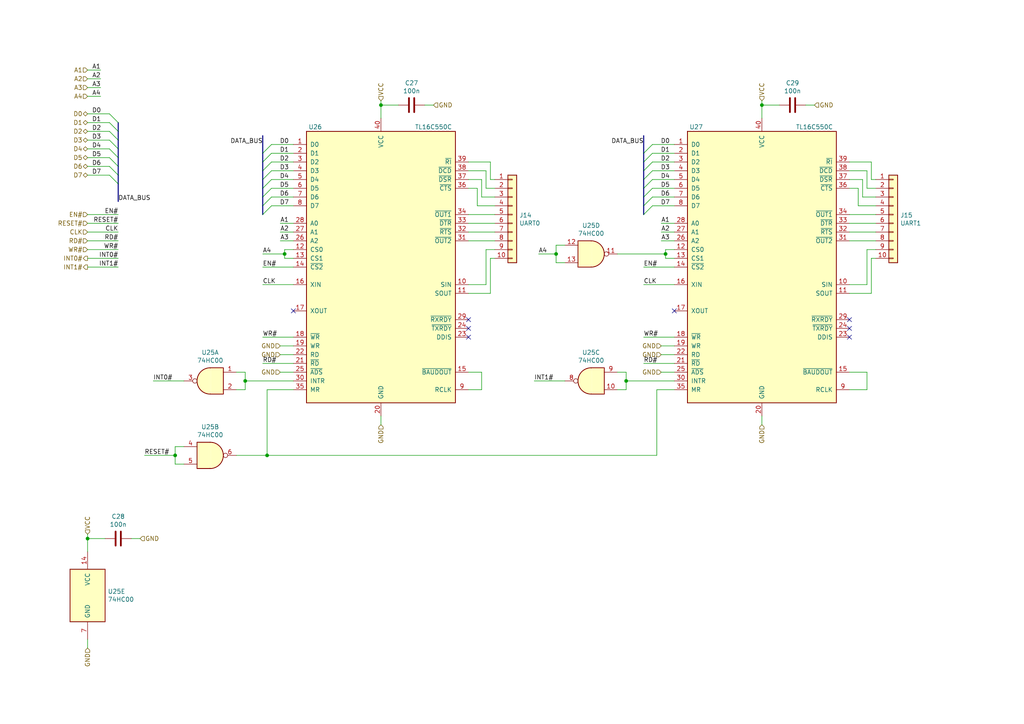
<source format=kicad_sch>
(kicad_sch (version 20211123) (generator eeschema)
  (paper "A4")
  (title_block (title "ZComputer I/O UART") (date "2021-10-20") (rev "v1.1") (company "Maxime Chretien") (comment 1 "mchretien@linuxmail.org"))
  (lib_symbols
    (symbol "74xx:74HC00" (pin_names (offset 1.016))
      (property "Reference" "U" (at 0 1.27 0))
      (property "Value" "74HC00" (at 0 -1.27 0))
      (symbol "74HC00_1_1"
        (arc (start 0 -3.81) (mid 3.81 0) (end 0 3.81) (stroke (width 0.254)) (fill (type background)))
        (polyline (pts (xy 0 3.81) (xy -3.81 3.81) (xy -3.81 -3.81) (xy 0 -3.81)) (stroke (width 0.254)) (fill (type background)))
        (pin input line (at -7.62 2.54 0) (length 3.81) (name "~") (number "1"))
        (pin input line (at -7.62 -2.54 0) (length 3.81) (name "~") (number "2"))
        (pin output inverted (at 7.62 0 180) (length 3.81) (name "~") (number "3"))
      )
      (symbol "74HC00_1_2"
        (arc (start -3.81 -3.81) (mid -2.589 0) (end -3.81 3.81) (stroke (width 0.254)))
        (arc (start -0.6096 -3.81) (mid 2.1842 -2.5851) (end 3.81 0) (stroke (width 0.254)) (fill (type background)))
        (polyline (pts (xy -3.81 -3.81) (xy -0.635 -3.81)) (stroke (width 0.254)) (fill (type background)))
        (polyline (pts (xy -3.81 3.81) (xy -0.635 3.81)) (stroke (width 0.254)) (fill (type background)))
        (polyline (pts (xy -0.635 3.81) (xy -3.81 3.81) (xy -3.81 3.81) (xy -3.556 3.4036) (xy -3.0226 2.2606) (xy -2.6924 1.0414) (xy -2.6162 -0.254) (xy -2.7686 -1.4986) (xy -3.175 -2.7178) (xy -3.81 -3.81) (xy -3.81 -3.81) (xy -0.635 -3.81)) (stroke (width -25.4)) (fill (type background)))
        (arc (start 3.81 0) (mid 2.1915 2.5936) (end -0.6096 3.81) (stroke (width 0.254)) (fill (type background)))
        (pin input inverted (at -7.62 2.54 0) (length 4.318) (name "~") (number "1"))
        (pin input inverted (at -7.62 -2.54 0) (length 4.318) (name "~") (number "2"))
        (pin output line (at 7.62 0 180) (length 3.81) (name "~") (number "3"))
      )
      (symbol "74HC00_2_1"
        (arc (start 0 -3.81) (mid 3.81 0) (end 0 3.81) (stroke (width 0.254)) (fill (type background)))
        (polyline (pts (xy 0 3.81) (xy -3.81 3.81) (xy -3.81 -3.81) (xy 0 -3.81)) (stroke (width 0.254)) (fill (type background)))
        (pin input line (at -7.62 2.54 0) (length 3.81) (name "~") (number "4"))
        (pin input line (at -7.62 -2.54 0) (length 3.81) (name "~") (number "5"))
        (pin output inverted (at 7.62 0 180) (length 3.81) (name "~") (number "6"))
      )
      (symbol "74HC00_2_2"
        (arc (start -3.81 -3.81) (mid -2.589 0) (end -3.81 3.81) (stroke (width 0.254)))
        (arc (start -0.6096 -3.81) (mid 2.1842 -2.5851) (end 3.81 0) (stroke (width 0.254)) (fill (type background)))
        (polyline (pts (xy -3.81 -3.81) (xy -0.635 -3.81)) (stroke (width 0.254)) (fill (type background)))
        (polyline (pts (xy -3.81 3.81) (xy -0.635 3.81)) (stroke (width 0.254)) (fill (type background)))
        (polyline (pts (xy -0.635 3.81) (xy -3.81 3.81) (xy -3.81 3.81) (xy -3.556 3.4036) (xy -3.0226 2.2606) (xy -2.6924 1.0414) (xy -2.6162 -0.254) (xy -2.7686 -1.4986) (xy -3.175 -2.7178) (xy -3.81 -3.81) (xy -3.81 -3.81) (xy -0.635 -3.81)) (stroke (width -25.4)) (fill (type background)))
        (arc (start 3.81 0) (mid 2.1915 2.5936) (end -0.6096 3.81) (stroke (width 0.254)) (fill (type background)))
        (pin input inverted (at -7.62 2.54 0) (length 4.318) (name "~") (number "4"))
        (pin input inverted (at -7.62 -2.54 0) (length 4.318) (name "~") (number "5"))
        (pin output line (at 7.62 0 180) (length 3.81) (name "~") (number "6"))
      )
      (symbol "74HC00_3_1"
        (arc (start 0 -3.81) (mid 3.81 0) (end 0 3.81) (stroke (width 0.254)) (fill (type background)))
        (polyline (pts (xy 0 3.81) (xy -3.81 3.81) (xy -3.81 -3.81) (xy 0 -3.81)) (stroke (width 0.254)) (fill (type background)))
        (pin input line (at -7.62 -2.54 0) (length 3.81) (name "~") (number "10"))
        (pin output inverted (at 7.62 0 180) (length 3.81) (name "~") (number "8"))
        (pin input line (at -7.62 2.54 0) (length 3.81) (name "~") (number "9"))
      )
      (symbol "74HC00_3_2"
        (arc (start -3.81 -3.81) (mid -2.589 0) (end -3.81 3.81) (stroke (width 0.254)))
        (arc (start -0.6096 -3.81) (mid 2.1842 -2.5851) (end 3.81 0) (stroke (width 0.254)) (fill (type background)))
        (polyline (pts (xy -3.81 -3.81) (xy -0.635 -3.81)) (stroke (width 0.254)) (fill (type background)))
        (polyline (pts (xy -3.81 3.81) (xy -0.635 3.81)) (stroke (width 0.254)) (fill (type background)))
        (polyline (pts (xy -0.635 3.81) (xy -3.81 3.81) (xy -3.81 3.81) (xy -3.556 3.4036) (xy -3.0226 2.2606) (xy -2.6924 1.0414) (xy -2.6162 -0.254) (xy -2.7686 -1.4986) (xy -3.175 -2.7178) (xy -3.81 -3.81) (xy -3.81 -3.81) (xy -0.635 -3.81)) (stroke (width -25.4)) (fill (type background)))
        (arc (start 3.81 0) (mid 2.1915 2.5936) (end -0.6096 3.81) (stroke (width 0.254)) (fill (type background)))
        (pin input inverted (at -7.62 -2.54 0) (length 4.318) (name "~") (number "10"))
        (pin output line (at 7.62 0 180) (length 3.81) (name "~") (number "8"))
        (pin input inverted (at -7.62 2.54 0) (length 4.318) (name "~") (number "9"))
      )
      (symbol "74HC00_4_1"
        (arc (start 0 -3.81) (mid 3.81 0) (end 0 3.81) (stroke (width 0.254)) (fill (type background)))
        (polyline (pts (xy 0 3.81) (xy -3.81 3.81) (xy -3.81 -3.81) (xy 0 -3.81)) (stroke (width 0.254)) (fill (type background)))
        (pin output inverted (at 7.62 0 180) (length 3.81) (name "~") (number "11"))
        (pin input line (at -7.62 2.54 0) (length 3.81) (name "~") (number "12"))
        (pin input line (at -7.62 -2.54 0) (length 3.81) (name "~") (number "13"))
      )
      (symbol "74HC00_4_2"
        (arc (start -3.81 -3.81) (mid -2.589 0) (end -3.81 3.81) (stroke (width 0.254)))
        (arc (start -0.6096 -3.81) (mid 2.1842 -2.5851) (end 3.81 0) (stroke (width 0.254)) (fill (type background)))
        (polyline (pts (xy -3.81 -3.81) (xy -0.635 -3.81)) (stroke (width 0.254)) (fill (type background)))
        (polyline (pts (xy -3.81 3.81) (xy -0.635 3.81)) (stroke (width 0.254)) (fill (type background)))
        (polyline (pts (xy -0.635 3.81) (xy -3.81 3.81) (xy -3.81 3.81) (xy -3.556 3.4036) (xy -3.0226 2.2606) (xy -2.6924 1.0414) (xy -2.6162 -0.254) (xy -2.7686 -1.4986) (xy -3.175 -2.7178) (xy -3.81 -3.81) (xy -3.81 -3.81) (xy -0.635 -3.81)) (stroke (width -25.4)) (fill (type background)))
        (arc (start 3.81 0) (mid 2.1915 2.5936) (end -0.6096 3.81) (stroke (width 0.254)) (fill (type background)))
        (pin output line (at 7.62 0 180) (length 3.81) (name "~") (number "11"))
        (pin input inverted (at -7.62 2.54 0) (length 4.318) (name "~") (number "12"))
        (pin input inverted (at -7.62 -2.54 0) (length 4.318) (name "~") (number "13"))
      )
      (symbol "74HC00_5_0"
        (pin power_in line (at 0 12.7 270) (length 5.08) (name "VCC") (number "14"))
        (pin power_in line (at 0 -12.7 90) (length 5.08) (name "GND") (number "7"))
      )
      (symbol "74HC00_5_1"
        (rectangle (start -5.08 7.62) (end 5.08 -7.62) (stroke (width 0.254)) (fill (type background)))
      )
    )
    (symbol "Connector_Generic:Conn_01x10" (pin_names (offset 1.016) hide)
      (property "Reference" "J" (at 0 12.7 0))
      (property "Value" "Conn_01x10" (at 0 -15.24 0))
      (symbol "Conn_01x10_1_1"
        (rectangle (start -1.27 -12.573) (end 0 -12.827) (stroke (width 0.1524)))
        (rectangle (start -1.27 -10.033) (end 0 -10.287) (stroke (width 0.1524)))
        (rectangle (start -1.27 -7.493) (end 0 -7.747) (stroke (width 0.1524)))
        (rectangle (start -1.27 -4.953) (end 0 -5.207) (stroke (width 0.1524)))
        (rectangle (start -1.27 -2.413) (end 0 -2.667) (stroke (width 0.1524)))
        (rectangle (start -1.27 0.127) (end 0 -0.127) (stroke (width 0.1524)))
        (rectangle (start -1.27 2.667) (end 0 2.413) (stroke (width 0.1524)))
        (rectangle (start -1.27 5.207) (end 0 4.953) (stroke (width 0.1524)))
        (rectangle (start -1.27 7.747) (end 0 7.493) (stroke (width 0.1524)))
        (rectangle (start -1.27 10.287) (end 0 10.033) (stroke (width 0.1524)))
        (rectangle (start -1.27 11.43) (end 1.27 -13.97) (stroke (width 0.254)) (fill (type background)))
        (pin passive line (at -5.08 10.16 0) (length 3.81) (name "Pin_1") (number "1"))
        (pin passive line (at -5.08 -12.7 0) (length 3.81) (name "Pin_10") (number "10"))
        (pin passive line (at -5.08 7.62 0) (length 3.81) (name "Pin_2") (number "2"))
        (pin passive line (at -5.08 5.08 0) (length 3.81) (name "Pin_3") (number "3"))
        (pin passive line (at -5.08 2.54 0) (length 3.81) (name "Pin_4") (number "4"))
        (pin passive line (at -5.08 0 0) (length 3.81) (name "Pin_5") (number "5"))
        (pin passive line (at -5.08 -2.54 0) (length 3.81) (name "Pin_6") (number "6"))
        (pin passive line (at -5.08 -5.08 0) (length 3.81) (name "Pin_7") (number "7"))
        (pin passive line (at -5.08 -7.62 0) (length 3.81) (name "Pin_8") (number "8"))
        (pin passive line (at -5.08 -10.16 0) (length 3.81) (name "Pin_9") (number "9"))
      )
    )
    (symbol "Device:C" (pin_numbers hide) (pin_names (offset 0.254))
      (property "Reference" "C" (at 0.635 2.54 0))
      (property "Value" "C" (at 0.635 -2.54 0))
      (symbol "C_0_1"
        (polyline (pts (xy -2.032 -0.762) (xy 2.032 -0.762)) (stroke (width 0.508)))
        (polyline (pts (xy -2.032 0.762) (xy 2.032 0.762)) (stroke (width 0.508)))
      )
      (symbol "C_1_1"
        (pin passive line (at 0 3.81 270) (length 2.794) (name "~") (number "1"))
        (pin passive line (at 0 -3.81 90) (length 2.794) (name "~") (number "2"))
      )
    )
    (symbol "Perso:TL16C550C" (pin_names (offset 1.016))
      (property "Reference" "U" (at -21.59 40.64 0))
      (property "Value" "TL16C550C" (at 15.24 40.64 0))
      (symbol "TL16C550C_0_1"
        (rectangle (start -21.59 -39.37) (end 21.59 39.37) (stroke (width 0.254)) (fill (type background)))
      )
      (symbol "TL16C550C_1_1"
        (pin bidirectional line (at -25.4 35.56 0) (length 3.81) (name "D0") (number "1"))
        (pin input line (at 25.4 -5.08 180) (length 3.81) (name "SIN") (number "10"))
        (pin output line (at 25.4 -7.62 180) (length 3.81) (name "SOUT") (number "11"))
        (pin input line (at -25.4 5.08 0) (length 3.81) (name "CS0") (number "12"))
        (pin input line (at -25.4 2.54 0) (length 3.81) (name "CS1") (number "13"))
        (pin input line (at -25.4 0 0) (length 3.81) (name "~{CS2}") (number "14"))
        (pin output line (at 25.4 -30.48 180) (length 3.81) (name "~{BAUDOUT}") (number "15"))
        (pin input line (at -25.4 -5.08 0) (length 3.81) (name "XIN") (number "16"))
        (pin output line (at -25.4 -12.7 0) (length 3.81) (name "XOUT") (number "17"))
        (pin input line (at -25.4 -20.32 0) (length 3.81) (name "~{WR}") (number "18"))
        (pin input line (at -25.4 -22.86 0) (length 3.81) (name "WR") (number "19"))
        (pin bidirectional line (at -25.4 33.02 0) (length 3.81) (name "D1") (number "2"))
        (pin power_in line (at 0 -43.18 90) (length 3.81) (name "GND") (number "20"))
        (pin input line (at -25.4 -27.94 0) (length 3.81) (name "~{RD}") (number "21"))
        (pin input line (at -25.4 -25.4 0) (length 3.81) (name "RD") (number "22"))
        (pin output line (at 25.4 -20.32 180) (length 3.81) (name "DDIS") (number "23"))
        (pin output line (at 25.4 -17.78 180) (length 3.81) (name "~{TXRDY}") (number "24"))
        (pin input line (at -25.4 -30.48 0) (length 3.81) (name "~{ADS}") (number "25"))
        (pin input line (at -25.4 7.62 0) (length 3.81) (name "A2") (number "26"))
        (pin input line (at -25.4 10.16 0) (length 3.81) (name "A1") (number "27"))
        (pin input line (at -25.4 12.7 0) (length 3.81) (name "A0") (number "28"))
        (pin output line (at 25.4 -15.24 180) (length 3.81) (name "~{RXRDY}") (number "29"))
        (pin bidirectional line (at -25.4 30.48 0) (length 3.81) (name "D2") (number "3"))
        (pin output line (at -25.4 -33.02 0) (length 3.81) (name "INTR") (number "30"))
        (pin output line (at 25.4 7.62 180) (length 3.81) (name "~{OUT2}") (number "31"))
        (pin output line (at 25.4 10.16 180) (length 3.81) (name "~{RTS}") (number "32"))
        (pin output line (at 25.4 12.7 180) (length 3.81) (name "~{DTR}") (number "33"))
        (pin output line (at 25.4 15.24 180) (length 3.81) (name "~{OUT1}") (number "34"))
        (pin input line (at -25.4 -35.56 0) (length 3.81) (name "MR") (number "35"))
        (pin input line (at 25.4 22.86 180) (length 3.81) (name "~{CTS}") (number "36"))
        (pin input line (at 25.4 25.4 180) (length 3.81) (name "~{DSR}") (number "37"))
        (pin input line (at 25.4 27.94 180) (length 3.81) (name "~{DCD}") (number "38"))
        (pin input line (at 25.4 30.48 180) (length 3.81) (name "~{RI}") (number "39"))
        (pin bidirectional line (at -25.4 27.94 0) (length 3.81) (name "D3") (number "4"))
        (pin power_in line (at 0 43.18 270) (length 3.81) (name "VCC") (number "40"))
        (pin bidirectional line (at -25.4 25.4 0) (length 3.81) (name "D4") (number "5"))
        (pin bidirectional line (at -25.4 22.86 0) (length 3.81) (name "D5") (number "6"))
        (pin bidirectional line (at -25.4 20.32 0) (length 3.81) (name "D6") (number "7"))
        (pin bidirectional line (at -25.4 17.78 0) (length 3.81) (name "D7") (number "8"))
        (pin input line (at 25.4 -35.56 180) (length 3.81) (name "RCLK") (number "9"))
      )
    )
  )
  (junction (at 161.29 73.66))
  (junction (at 220.98 30.48))
  (junction (at 50.8 132.08))
  (junction (at 181.61 110.49))
  (junction (at 110.49 30.48))
  (junction (at 193.04 73.66))
  (junction (at 82.55 73.66))
  (junction (at 71.12 110.49))
  (junction (at 25.4 156.21))
  (junction (at 77.47 132.08))
  (no_connect (at 135.89 92.71))
  (no_connect (at 246.38 95.25))
  (no_connect (at 195.58 90.17))
  (no_connect (at 246.38 97.79))
  (no_connect (at 85.09 90.17))
  (no_connect (at 246.38 92.71))
  (no_connect (at 135.89 97.79))
  (no_connect (at 135.89 95.25))
  (bus_entry (at 189.23 49.53) (size -2.54 2.54))
  (bus_entry (at 78.74 52.07) (size -2.54 2.54))
  (bus_entry (at 31.75 50.8) (size 2.54 2.54))
  (bus_entry (at 78.74 49.53) (size -2.54 2.54))
  (bus_entry (at 78.74 46.99) (size -2.54 2.54))
  (bus_entry (at 31.75 35.56) (size 2.54 2.54))
  (bus_entry (at 78.74 44.45) (size -2.54 2.54))
  (bus_entry (at 189.23 59.69) (size -2.54 2.54))
  (bus_entry (at 31.75 40.64) (size 2.54 2.54))
  (bus_entry (at 189.23 54.61) (size -2.54 2.54))
  (bus_entry (at 189.23 57.15) (size -2.54 2.54))
  (bus_entry (at 31.75 33.02) (size 2.54 2.54))
  (bus_entry (at 78.74 54.61) (size -2.54 2.54))
  (bus_entry (at 78.74 59.69) (size -2.54 2.54))
  (bus_entry (at 78.74 57.15) (size -2.54 2.54))
  (bus_entry (at 78.74 41.91) (size -2.54 2.54))
  (bus_entry (at 189.23 44.45) (size -2.54 2.54))
  (bus_entry (at 31.75 45.72) (size 2.54 2.54))
  (bus_entry (at 31.75 43.18) (size 2.54 2.54))
  (bus_entry (at 31.75 38.1) (size 2.54 2.54))
  (bus_entry (at 189.23 46.99) (size -2.54 2.54))
  (bus_entry (at 189.23 41.91) (size -2.54 2.54))
  (bus_entry (at 31.75 48.26) (size 2.54 2.54))
  (bus_entry (at 189.23 52.07) (size -2.54 2.54))
  (wire (pts (xy 34.29 74.93) (xy 25.4 74.93)))
  (wire (pts (xy 220.98 30.48) (xy 220.98 34.29)))
  (wire (pts (xy 191.77 69.85) (xy 195.58 69.85)))
  (wire (pts (xy 71.12 110.49) (xy 71.12 113.03)))
  (wire (pts (xy 195.58 105.41) (xy 186.69 105.41)))
  (wire (pts (xy 34.29 77.47) (xy 25.4 77.47)))
  (wire (pts (xy 190.5 113.03) (xy 195.58 113.03)))
  (wire (pts (xy 189.23 41.91) (xy 195.58 41.91)))
  (bus (pts (xy 34.29 53.34) (xy 34.29 58.42)))
  (wire (pts (xy 25.4 35.56) (xy 31.75 35.56)))
  (wire (pts (xy 220.98 29.21) (xy 220.98 30.48)))
  (wire (pts (xy 181.61 110.49) (xy 181.61 113.03)))
  (wire (pts (xy 85.09 44.45) (xy 78.74 44.45)))
  (wire (pts (xy 248.92 54.61) (xy 248.92 59.69)))
  (wire (pts (xy 143.51 54.61) (xy 140.97 54.61)))
  (wire (pts (xy 77.47 113.03) (xy 77.47 132.08)))
  (wire (pts (xy 25.4 40.64) (xy 31.75 40.64)))
  (wire (pts (xy 71.12 110.49) (xy 71.12 107.95)))
  (wire (pts (xy 71.12 107.95) (xy 68.58 107.95)))
  (wire (pts (xy 250.19 52.07) (xy 250.19 57.15)))
  (wire (pts (xy 246.38 107.95) (xy 251.46 107.95)))
  (wire (pts (xy 251.46 72.39) (xy 254 72.39)))
  (wire (pts (xy 85.09 54.61) (xy 78.74 54.61)))
  (wire (pts (xy 25.4 45.72) (xy 31.75 45.72)))
  (wire (pts (xy 25.4 22.86) (xy 29.21 22.86)))
  (wire (pts (xy 78.74 41.91) (xy 85.09 41.91)))
  (wire (pts (xy 71.12 113.03) (xy 68.58 113.03)))
  (wire (pts (xy 115.57 30.48) (xy 110.49 30.48)))
  (wire (pts (xy 252.73 74.93) (xy 252.73 85.09)))
  (wire (pts (xy 25.4 69.85) (xy 34.29 69.85)))
  (wire (pts (xy 135.89 52.07) (xy 139.7 52.07)))
  (wire (pts (xy 81.28 64.77) (xy 85.09 64.77)))
  (wire (pts (xy 34.29 64.77) (xy 25.4 64.77)))
  (wire (pts (xy 140.97 72.39) (xy 143.51 72.39)))
  (wire (pts (xy 251.46 82.55) (xy 251.46 72.39)))
  (wire (pts (xy 193.04 72.39) (xy 193.04 73.66)))
  (wire (pts (xy 31.75 33.02) (xy 25.4 33.02)))
  (bus (pts (xy 186.69 49.53) (xy 186.69 52.07)))
  (wire (pts (xy 246.38 64.77) (xy 254 64.77)))
  (wire (pts (xy 135.89 46.99) (xy 142.24 46.99)))
  (bus (pts (xy 34.29 43.18) (xy 34.29 45.72)))
  (wire (pts (xy 29.21 25.4) (xy 25.4 25.4)))
  (wire (pts (xy 195.58 67.31) (xy 191.77 67.31)))
  (wire (pts (xy 252.73 46.99) (xy 252.73 52.07)))
  (wire (pts (xy 81.28 102.87) (xy 85.09 102.87)))
  (wire (pts (xy 85.09 59.69) (xy 78.74 59.69)))
  (wire (pts (xy 191.77 100.33) (xy 195.58 100.33)))
  (wire (pts (xy 82.55 73.66) (xy 82.55 74.93)))
  (bus (pts (xy 186.69 46.99) (xy 186.69 49.53)))
  (wire (pts (xy 25.4 43.18) (xy 31.75 43.18)))
  (bus (pts (xy 76.2 59.69) (xy 76.2 62.23)))
  (wire (pts (xy 163.83 71.12) (xy 161.29 71.12)))
  (wire (pts (xy 195.58 54.61) (xy 189.23 54.61)))
  (wire (pts (xy 25.4 27.94) (xy 29.21 27.94)))
  (wire (pts (xy 233.68 30.48) (xy 236.22 30.48)))
  (wire (pts (xy 34.29 72.39) (xy 25.4 72.39)))
  (wire (pts (xy 161.29 76.2) (xy 161.29 73.66)))
  (wire (pts (xy 139.7 113.03) (xy 135.89 113.03)))
  (wire (pts (xy 135.89 107.95) (xy 139.7 107.95)))
  (bus (pts (xy 76.2 52.07) (xy 76.2 54.61)))
  (wire (pts (xy 25.4 154.94) (xy 25.4 156.21)))
  (wire (pts (xy 85.09 46.99) (xy 78.74 46.99)))
  (wire (pts (xy 140.97 49.53) (xy 135.89 49.53)))
  (wire (pts (xy 246.38 54.61) (xy 248.92 54.61)))
  (wire (pts (xy 220.98 120.65) (xy 220.98 123.19)))
  (wire (pts (xy 76.2 82.55) (xy 85.09 82.55)))
  (wire (pts (xy 25.4 50.8) (xy 31.75 50.8)))
  (wire (pts (xy 193.04 74.93) (xy 195.58 74.93)))
  (wire (pts (xy 110.49 29.21) (xy 110.49 30.48)))
  (wire (pts (xy 246.38 46.99) (xy 252.73 46.99)))
  (wire (pts (xy 181.61 110.49) (xy 181.61 107.95)))
  (bus (pts (xy 186.69 44.45) (xy 186.69 46.99)))
  (wire (pts (xy 50.8 134.62) (xy 50.8 132.08)))
  (wire (pts (xy 251.46 54.61) (xy 251.46 49.53)))
  (bus (pts (xy 186.69 54.61) (xy 186.69 57.15)))
  (wire (pts (xy 81.28 69.85) (xy 85.09 69.85)))
  (wire (pts (xy 139.7 57.15) (xy 143.51 57.15)))
  (wire (pts (xy 254 67.31) (xy 246.38 67.31)))
  (bus (pts (xy 76.2 54.61) (xy 76.2 57.15)))
  (wire (pts (xy 142.24 46.99) (xy 142.24 52.07)))
  (wire (pts (xy 82.55 74.93) (xy 85.09 74.93)))
  (wire (pts (xy 81.28 107.95) (xy 85.09 107.95)))
  (wire (pts (xy 38.1 156.21) (xy 40.64 156.21)))
  (wire (pts (xy 142.24 85.09) (xy 135.89 85.09)))
  (wire (pts (xy 140.97 54.61) (xy 140.97 49.53)))
  (wire (pts (xy 135.89 82.55) (xy 140.97 82.55)))
  (wire (pts (xy 251.46 107.95) (xy 251.46 113.03)))
  (wire (pts (xy 186.69 82.55) (xy 195.58 82.55)))
  (wire (pts (xy 195.58 59.69) (xy 189.23 59.69)))
  (wire (pts (xy 110.49 120.65) (xy 110.49 123.19)))
  (wire (pts (xy 25.4 38.1) (xy 31.75 38.1)))
  (wire (pts (xy 85.09 110.49) (xy 71.12 110.49)))
  (wire (pts (xy 191.77 107.95) (xy 195.58 107.95)))
  (wire (pts (xy 195.58 110.49) (xy 181.61 110.49)))
  (wire (pts (xy 76.2 77.47) (xy 85.09 77.47)))
  (wire (pts (xy 53.34 129.54) (xy 50.8 129.54)))
  (wire (pts (xy 139.7 52.07) (xy 139.7 57.15)))
  (wire (pts (xy 248.92 59.69) (xy 254 59.69)))
  (wire (pts (xy 85.09 113.03) (xy 77.47 113.03)))
  (wire (pts (xy 143.51 74.93) (xy 142.24 74.93)))
  (wire (pts (xy 34.29 62.23) (xy 25.4 62.23)))
  (wire (pts (xy 252.73 85.09) (xy 246.38 85.09)))
  (wire (pts (xy 254 74.93) (xy 252.73 74.93)))
  (bus (pts (xy 76.2 39.37) (xy 76.2 44.45)))
  (wire (pts (xy 142.24 52.07) (xy 143.51 52.07)))
  (wire (pts (xy 77.47 132.08) (xy 190.5 132.08)))
  (wire (pts (xy 251.46 113.03) (xy 246.38 113.03)))
  (wire (pts (xy 25.4 156.21) (xy 25.4 160.02)))
  (wire (pts (xy 252.73 52.07) (xy 254 52.07)))
  (wire (pts (xy 250.19 57.15) (xy 254 57.15)))
  (wire (pts (xy 139.7 107.95) (xy 139.7 113.03)))
  (wire (pts (xy 154.94 110.49) (xy 163.83 110.49)))
  (wire (pts (xy 195.58 49.53) (xy 189.23 49.53)))
  (wire (pts (xy 53.34 134.62) (xy 50.8 134.62)))
  (wire (pts (xy 191.77 102.87) (xy 195.58 102.87)))
  (bus (pts (xy 34.29 45.72) (xy 34.29 48.26)))
  (wire (pts (xy 81.28 100.33) (xy 85.09 100.33)))
  (wire (pts (xy 191.77 64.77) (xy 195.58 64.77)))
  (wire (pts (xy 186.69 77.47) (xy 195.58 77.47)))
  (wire (pts (xy 110.49 30.48) (xy 110.49 34.29)))
  (wire (pts (xy 85.09 49.53) (xy 78.74 49.53)))
  (wire (pts (xy 195.58 72.39) (xy 193.04 72.39)))
  (wire (pts (xy 135.89 54.61) (xy 138.43 54.61)))
  (bus (pts (xy 34.29 38.1) (xy 34.29 40.64)))
  (wire (pts (xy 193.04 73.66) (xy 193.04 74.93)))
  (wire (pts (xy 186.69 97.79) (xy 195.58 97.79)))
  (wire (pts (xy 138.43 59.69) (xy 143.51 59.69)))
  (bus (pts (xy 34.29 35.56) (xy 34.29 38.1)))
  (wire (pts (xy 181.61 113.03) (xy 179.07 113.03)))
  (bus (pts (xy 76.2 57.15) (xy 76.2 59.69)))
  (wire (pts (xy 76.2 73.66) (xy 82.55 73.66)))
  (bus (pts (xy 34.29 48.26) (xy 34.29 50.8)))
  (bus (pts (xy 76.2 46.99) (xy 76.2 49.53)))
  (wire (pts (xy 143.51 62.23) (xy 135.89 62.23)))
  (bus (pts (xy 186.69 59.69) (xy 186.69 62.23)))
  (wire (pts (xy 190.5 132.08) (xy 190.5 113.03)))
  (wire (pts (xy 195.58 57.15) (xy 189.23 57.15)))
  (wire (pts (xy 193.04 73.66) (xy 179.07 73.66)))
  (wire (pts (xy 25.4 185.42) (xy 25.4 187.96)))
  (wire (pts (xy 138.43 54.61) (xy 138.43 59.69)))
  (wire (pts (xy 163.83 76.2) (xy 161.29 76.2)))
  (wire (pts (xy 85.09 52.07) (xy 78.74 52.07)))
  (wire (pts (xy 135.89 64.77) (xy 143.51 64.77)))
  (wire (pts (xy 44.45 110.49) (xy 53.34 110.49)))
  (bus (pts (xy 76.2 49.53) (xy 76.2 52.07)))
  (wire (pts (xy 246.38 52.07) (xy 250.19 52.07)))
  (wire (pts (xy 246.38 69.85) (xy 254 69.85)))
  (wire (pts (xy 30.48 156.21) (xy 25.4 156.21)))
  (wire (pts (xy 143.51 67.31) (xy 135.89 67.31)))
  (wire (pts (xy 34.29 67.31) (xy 25.4 67.31)))
  (wire (pts (xy 85.09 67.31) (xy 81.28 67.31)))
  (wire (pts (xy 142.24 74.93) (xy 142.24 85.09)))
  (wire (pts (xy 254 54.61) (xy 251.46 54.61)))
  (bus (pts (xy 186.69 39.37) (xy 186.69 44.45)))
  (wire (pts (xy 82.55 72.39) (xy 82.55 73.66)))
  (bus (pts (xy 76.2 44.45) (xy 76.2 46.99)))
  (wire (pts (xy 195.58 44.45) (xy 189.23 44.45)))
  (wire (pts (xy 161.29 73.66) (xy 161.29 71.12)))
  (wire (pts (xy 77.47 132.08) (xy 68.58 132.08)))
  (wire (pts (xy 226.06 30.48) (xy 220.98 30.48)))
  (wire (pts (xy 29.21 20.32) (xy 25.4 20.32)))
  (wire (pts (xy 135.89 69.85) (xy 143.51 69.85)))
  (wire (pts (xy 246.38 82.55) (xy 251.46 82.55)))
  (bus (pts (xy 186.69 57.15) (xy 186.69 59.69)))
  (bus (pts (xy 34.29 40.64) (xy 34.29 43.18)))
  (wire (pts (xy 76.2 97.79) (xy 85.09 97.79)))
  (wire (pts (xy 251.46 49.53) (xy 246.38 49.53)))
  (wire (pts (xy 123.19 30.48) (xy 125.73 30.48)))
  (wire (pts (xy 140.97 82.55) (xy 140.97 72.39)))
  (bus (pts (xy 186.69 52.07) (xy 186.69 54.61)))
  (wire (pts (xy 85.09 105.41) (xy 76.2 105.41)))
  (bus (pts (xy 34.29 50.8) (xy 34.29 53.34)))
  (wire (pts (xy 25.4 48.26) (xy 31.75 48.26)))
  (wire (pts (xy 181.61 107.95) (xy 179.07 107.95)))
  (wire (pts (xy 195.58 52.07) (xy 189.23 52.07)))
  (wire (pts (xy 156.21 73.66) (xy 161.29 73.66)))
  (wire (pts (xy 41.91 132.08) (xy 50.8 132.08)))
  (wire (pts (xy 85.09 57.15) (xy 78.74 57.15)))
  (wire (pts (xy 254 62.23) (xy 246.38 62.23)))
  (wire (pts (xy 85.09 72.39) (xy 82.55 72.39)))
  (wire (pts (xy 195.58 46.99) (xy 189.23 46.99)))
  (wire (pts (xy 50.8 129.54) (xy 50.8 132.08)))
  (label "RD#" (at 186.69 105.41 0))
  (label "D1" (at 83.82 44.45 180))
  (label "INT0#" (at 44.45 110.49 0))
  (label "RESET#" (at 41.91 132.08 0))
  (label "A2" (at 191.77 67.31 0))
  (label "D2" (at 194.31 46.99 180))
  (label "A3" (at 29.21 25.4 180))
  (label "D0" (at 26.67 33.02 0))
  (label "INT1#" (at 154.94 110.49 0))
  (label "D6" (at 194.31 57.15 180))
  (label "RD#" (at 34.29 69.85 180))
  (label "A4" (at 156.21 73.66 0))
  (label "EN#" (at 186.69 77.47 0))
  (label "D2" (at 26.67 38.1 0))
  (label "A2" (at 81.28 67.31 0))
  (label "DATA_BUS" (at 34.29 58.42 0))
  (label "D4" (at 194.31 52.07 180))
  (label "CLK" (at 34.29 67.31 180))
  (label "A2" (at 29.21 22.86 180))
  (label "A4" (at 29.21 27.94 180))
  (label "A1" (at 29.21 20.32 180))
  (label "DATA_BUS" (at 186.69 41.91 180))
  (label "D3" (at 83.82 49.53 180))
  (label "INT1#" (at 34.29 77.47 180))
  (label "WR#" (at 76.2 97.79 0))
  (label "CLK" (at 186.69 82.55 0))
  (label "RESET#" (at 34.29 64.77 180))
  (label "D1" (at 194.31 44.45 180))
  (label "D5" (at 83.82 54.61 180))
  (label "WR#" (at 186.69 97.79 0))
  (label "D3" (at 26.67 40.64 0))
  (label "D7" (at 26.67 50.8 0))
  (label "RD#" (at 76.2 105.41 0))
  (label "D5" (at 194.31 54.61 180))
  (label "A3" (at 191.77 69.85 0))
  (label "D0" (at 83.82 41.91 180))
  (label "D4" (at 83.82 52.07 180))
  (label "D2" (at 83.82 46.99 180))
  (label "EN#" (at 76.2 77.47 0))
  (label "D5" (at 26.67 45.72 0))
  (label "D1" (at 26.67 35.56 0))
  (label "A3" (at 81.28 69.85 0))
  (label "D4" (at 26.67 43.18 0))
  (label "D0" (at 194.31 41.91 180))
  (label "DATA_BUS" (at 76.2 41.91 180))
  (label "A1" (at 191.77 64.77 0))
  (label "INT0#" (at 34.29 74.93 180))
  (label "WR#" (at 34.29 72.39 180))
  (label "EN#" (at 34.29 62.23 180))
  (label "D6" (at 83.82 57.15 180))
  (label "D6" (at 26.67 48.26 0))
  (label "A1" (at 81.28 64.77 0))
  (label "A4" (at 76.2 73.66 0))
  (label "D7" (at 194.31 59.69 180))
  (label "D3" (at 194.31 49.53 180))
  (label "CLK" (at 76.2 82.55 0))
  (label "D7" (at 83.82 59.69 180))
  (hierarchical_label "A2" (shape input) (at 25.4 22.86 180))
  (hierarchical_label "A4" (shape input) (at 25.4 27.94 180))
  (hierarchical_label "GND" (shape input) (at 81.28 107.95 180))
  (hierarchical_label "D1" (shape bidirectional) (at 25.4 35.56 180))
  (hierarchical_label "GND" (shape input) (at 191.77 100.33 180))
  (hierarchical_label "GND" (shape input) (at 110.49 123.19 270))
  (hierarchical_label "VCC" (shape input) (at 110.49 29.21 90))
  (hierarchical_label "D4" (shape bidirectional) (at 25.4 43.18 180))
  (hierarchical_label "INT0#" (shape output) (at 25.4 74.93 180))
  (hierarchical_label "GND" (shape input) (at 40.64 156.21 0))
  (hierarchical_label "D5" (shape bidirectional) (at 25.4 45.72 180))
  (hierarchical_label "RD#" (shape input) (at 25.4 69.85 180))
  (hierarchical_label "INT1#" (shape output) (at 25.4 77.47 180))
  (hierarchical_label "VCC" (shape input) (at 25.4 154.94 90))
  (hierarchical_label "A3" (shape input) (at 25.4 25.4 180))
  (hierarchical_label "D3" (shape bidirectional) (at 25.4 40.64 180))
  (hierarchical_label "D7" (shape bidirectional) (at 25.4 50.8 180))
  (hierarchical_label "GND" (shape input) (at 220.98 123.19 270))
  (hierarchical_label "RESET#" (shape input) (at 25.4 64.77 180))
  (hierarchical_label "D0" (shape bidirectional) (at 25.4 33.02 180))
  (hierarchical_label "GND" (shape input) (at 191.77 107.95 180))
  (hierarchical_label "D6" (shape bidirectional) (at 25.4 48.26 180))
  (hierarchical_label "D2" (shape bidirectional) (at 25.4 38.1 180))
  (hierarchical_label "GND" (shape input) (at 81.28 102.87 180))
  (hierarchical_label "VCC" (shape input) (at 220.98 29.21 90))
  (hierarchical_label "GND" (shape input) (at 25.4 187.96 270))
  (hierarchical_label "GND" (shape input) (at 236.22 30.48 0))
  (hierarchical_label "GND" (shape input) (at 81.28 100.33 180))
  (hierarchical_label "EN#" (shape input) (at 25.4 62.23 180))
  (hierarchical_label "GND" (shape input) (at 191.77 102.87 180))
  (hierarchical_label "WR#" (shape input) (at 25.4 72.39 180))
  (hierarchical_label "CLK" (shape input) (at 25.4 67.31 180))
  (hierarchical_label "A1" (shape input) (at 25.4 20.32 180))
  (hierarchical_label "GND" (shape input) (at 125.73 30.48 0))
  (symbol (lib_id "Perso:TL16C550C") (at 110.49 77.47 0) (unit 1)
    (property "Reference" "U26" (at 91.44 36.83 0))
    (property "Value" "TL16C550C" (at 125.73 36.83 0))
    (property "Footprint" "Package_DIP:DIP-40_W15.24mm" (effects hide))
    (property "Datasheet" "http://www.ti.com/lit/ds/symlink/tl16c550c.pdf" (effects hide))
  )
  (symbol (lib_id "Device:C") (at 229.87 30.48 270) (unit 1)
    (property "Reference" "C29" (at 229.87 24.0792 90))
    (property "Value" "100n" (at 229.87 26.3906 90))
  )
  (symbol (lib_id "Perso:TL16C550C") (at 220.98 77.47 0) (unit 1)
    (property "Reference" "U27" (at 201.93 36.83 0))
    (property "Value" "TL16C550C" (at 236.22 36.83 0))
    (property "Footprint" "Package_DIP:DIP-40_W15.24mm" (effects hide))
    (property "Datasheet" "http://www.ti.com/lit/ds/symlink/tl16c550c.pdf" (effects hide))
  )
  (symbol (lib_id "74xx:74HC00") (at 60.96 110.49 0) (mirror y) (unit 1)
    (property "Reference" "U25" (at 60.96 102.235 0))
    (property "Value" "74HC00" (at 60.96 104.5464 0))
    (property "Datasheet" "http://www.ti.com/lit/gpn/sn74hc00" (effects hide))
  )
  (symbol (lib_id "74xx:74HC00") (at 60.96 132.08 0) (unit 2)
    (property "Reference" "U25" (at 60.96 123.825 0))
    (property "Value" "74HC00" (at 60.96 126.1364 0))
    (property "Datasheet" "http://www.ti.com/lit/gpn/sn74hc00" (effects hide))
  )
  (symbol (lib_id "74xx:74HC00") (at 171.45 110.49 0) (mirror y) (unit 3)
    (property "Reference" "U25" (at 171.45 102.235 0))
    (property "Value" "74HC00" (at 171.45 104.5464 0))
    (property "Datasheet" "http://www.ti.com/lit/gpn/sn74hc00" (effects hide))
  )
  (symbol (lib_id "74xx:74HC00") (at 171.45 73.66 0) (unit 4)
    (property "Reference" "U25" (at 171.45 65.405 0))
    (property "Value" "74HC00" (at 171.45 67.7164 0))
    (property "Datasheet" "http://www.ti.com/lit/gpn/sn74hc00" (effects hide))
  )
  (symbol (lib_id "74xx:74HC00") (at 25.4 172.72 0) (unit 5)
    (property "Reference" "U25" (at 31.242 171.5516 0) (effects (justify left)))
    (property "Value" "74HC00" (at 31.242 173.863 0) (effects (justify left)))
    (property "Datasheet" "http://www.ti.com/lit/gpn/sn74hc00" (effects hide))
  )
  (symbol (lib_id "Device:C") (at 119.38 30.48 270) (unit 1)
    (property "Reference" "C27" (at 119.38 24.0792 90))
    (property "Value" "100n" (at 119.38 26.3906 90))
  )
  (symbol (lib_id "Device:C") (at 34.29 156.21 270) (unit 1)
    (property "Reference" "C28" (at 34.29 149.8092 90))
    (property "Value" "100n" (at 34.29 152.1206 90))
  )
  (symbol (lib_id "Connector_Generic:Conn_01x10") (at 148.59 62.23 0) (unit 1)
    (property "Reference" "J14" (at 150.622 62.4332 0) (effects (justify left)))
    (property "Value" "UART0" (at 150.622 64.7446 0) (effects (justify left)))
  )
  (symbol (lib_id "Connector_Generic:Conn_01x10") (at 259.08 62.23 0) (unit 1)
    (property "Reference" "J15" (at 261.112 62.4332 0) (effects (justify left)))
    (property "Value" "UART1" (at 261.112 64.7446 0) (effects (justify left)))
  )
)
</source>
